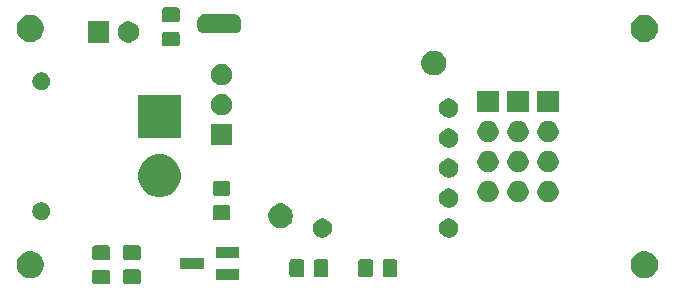
<source format=gts>
G04 #@! TF.GenerationSoftware,KiCad,Pcbnew,(5.1.5)-3*
G04 #@! TF.CreationDate,2021-10-17T17:05:07-07:00*
G04 #@! TF.ProjectId,D24V22Fx_breakout,44323456-3232-4467-985f-627265616b6f,rev?*
G04 #@! TF.SameCoordinates,Original*
G04 #@! TF.FileFunction,Soldermask,Top*
G04 #@! TF.FilePolarity,Negative*
%FSLAX46Y46*%
G04 Gerber Fmt 4.6, Leading zero omitted, Abs format (unit mm)*
G04 Created by KiCad (PCBNEW (5.1.5)-3) date 2021-10-17 17:05:07*
%MOMM*%
%LPD*%
G04 APERTURE LIST*
%ADD10C,0.100000*%
G04 APERTURE END LIST*
D10*
G36*
X126588674Y-90428465D02*
G01*
X126626367Y-90439899D01*
X126661103Y-90458466D01*
X126691548Y-90483452D01*
X126716534Y-90513897D01*
X126735101Y-90548633D01*
X126746535Y-90586326D01*
X126751000Y-90631661D01*
X126751000Y-91468339D01*
X126746535Y-91513674D01*
X126735101Y-91551367D01*
X126716534Y-91586103D01*
X126691548Y-91616548D01*
X126661103Y-91641534D01*
X126626367Y-91660101D01*
X126588674Y-91671535D01*
X126543339Y-91676000D01*
X125456661Y-91676000D01*
X125411326Y-91671535D01*
X125373633Y-91660101D01*
X125338897Y-91641534D01*
X125308452Y-91616548D01*
X125283466Y-91586103D01*
X125264899Y-91551367D01*
X125253465Y-91513674D01*
X125249000Y-91468339D01*
X125249000Y-90631661D01*
X125253465Y-90586326D01*
X125264899Y-90548633D01*
X125283466Y-90513897D01*
X125308452Y-90483452D01*
X125338897Y-90458466D01*
X125373633Y-90439899D01*
X125411326Y-90428465D01*
X125456661Y-90424000D01*
X126543339Y-90424000D01*
X126588674Y-90428465D01*
G37*
G36*
X129188674Y-90403465D02*
G01*
X129226367Y-90414899D01*
X129261103Y-90433466D01*
X129291548Y-90458452D01*
X129316534Y-90488897D01*
X129335101Y-90523633D01*
X129346535Y-90561326D01*
X129351000Y-90606661D01*
X129351000Y-91443339D01*
X129346535Y-91488674D01*
X129335101Y-91526367D01*
X129316534Y-91561103D01*
X129291548Y-91591548D01*
X129261103Y-91616534D01*
X129226367Y-91635101D01*
X129188674Y-91646535D01*
X129143339Y-91651000D01*
X128056661Y-91651000D01*
X128011326Y-91646535D01*
X127973633Y-91635101D01*
X127938897Y-91616534D01*
X127908452Y-91591548D01*
X127883466Y-91561103D01*
X127864899Y-91526367D01*
X127853465Y-91488674D01*
X127849000Y-91443339D01*
X127849000Y-90606661D01*
X127853465Y-90561326D01*
X127864899Y-90523633D01*
X127883466Y-90488897D01*
X127908452Y-90458452D01*
X127938897Y-90433466D01*
X127973633Y-90414899D01*
X128011326Y-90403465D01*
X128056661Y-90399000D01*
X129143339Y-90399000D01*
X129188674Y-90403465D01*
G37*
G36*
X137701000Y-91301000D02*
G01*
X135699000Y-91301000D01*
X135699000Y-90399000D01*
X137701000Y-90399000D01*
X137701000Y-91301000D01*
G37*
G36*
X120224549Y-88871116D02*
G01*
X120335734Y-88893232D01*
X120545203Y-88979997D01*
X120733720Y-89105960D01*
X120894040Y-89266280D01*
X121020003Y-89454797D01*
X121106768Y-89664266D01*
X121151000Y-89886636D01*
X121151000Y-90113364D01*
X121106768Y-90335734D01*
X121020003Y-90545203D01*
X120894040Y-90733720D01*
X120733720Y-90894040D01*
X120545203Y-91020003D01*
X120545202Y-91020004D01*
X120545201Y-91020004D01*
X120508753Y-91035101D01*
X120335734Y-91106768D01*
X120224549Y-91128884D01*
X120113365Y-91151000D01*
X119886635Y-91151000D01*
X119775451Y-91128884D01*
X119664266Y-91106768D01*
X119491247Y-91035101D01*
X119454799Y-91020004D01*
X119454798Y-91020004D01*
X119454797Y-91020003D01*
X119266280Y-90894040D01*
X119105960Y-90733720D01*
X118979997Y-90545203D01*
X118893232Y-90335734D01*
X118849000Y-90113364D01*
X118849000Y-89886636D01*
X118893232Y-89664266D01*
X118979997Y-89454797D01*
X119105960Y-89266280D01*
X119266280Y-89105960D01*
X119454797Y-88979997D01*
X119664266Y-88893232D01*
X119775451Y-88871116D01*
X119886635Y-88849000D01*
X120113365Y-88849000D01*
X120224549Y-88871116D01*
G37*
G36*
X172224549Y-88871116D02*
G01*
X172335734Y-88893232D01*
X172545203Y-88979997D01*
X172733720Y-89105960D01*
X172894040Y-89266280D01*
X173020003Y-89454797D01*
X173106768Y-89664266D01*
X173151000Y-89886636D01*
X173151000Y-90113364D01*
X173106768Y-90335734D01*
X173020003Y-90545203D01*
X172894040Y-90733720D01*
X172733720Y-90894040D01*
X172545203Y-91020003D01*
X172545202Y-91020004D01*
X172545201Y-91020004D01*
X172508753Y-91035101D01*
X172335734Y-91106768D01*
X172224549Y-91128884D01*
X172113365Y-91151000D01*
X171886635Y-91151000D01*
X171775451Y-91128884D01*
X171664266Y-91106768D01*
X171491247Y-91035101D01*
X171454799Y-91020004D01*
X171454798Y-91020004D01*
X171454797Y-91020003D01*
X171266280Y-90894040D01*
X171105960Y-90733720D01*
X170979997Y-90545203D01*
X170893232Y-90335734D01*
X170849000Y-90113364D01*
X170849000Y-89886636D01*
X170893232Y-89664266D01*
X170979997Y-89454797D01*
X171105960Y-89266280D01*
X171266280Y-89105960D01*
X171454797Y-88979997D01*
X171664266Y-88893232D01*
X171775451Y-88871116D01*
X171886635Y-88849000D01*
X172113365Y-88849000D01*
X172224549Y-88871116D01*
G37*
G36*
X150913674Y-89553465D02*
G01*
X150951367Y-89564899D01*
X150986103Y-89583466D01*
X151016548Y-89608452D01*
X151041534Y-89638897D01*
X151060101Y-89673633D01*
X151071535Y-89711326D01*
X151076000Y-89756661D01*
X151076000Y-90843339D01*
X151071535Y-90888674D01*
X151060101Y-90926367D01*
X151041534Y-90961103D01*
X151016548Y-90991548D01*
X150986103Y-91016534D01*
X150951367Y-91035101D01*
X150913674Y-91046535D01*
X150868339Y-91051000D01*
X150031661Y-91051000D01*
X149986326Y-91046535D01*
X149948633Y-91035101D01*
X149913897Y-91016534D01*
X149883452Y-90991548D01*
X149858466Y-90961103D01*
X149839899Y-90926367D01*
X149828465Y-90888674D01*
X149824000Y-90843339D01*
X149824000Y-89756661D01*
X149828465Y-89711326D01*
X149839899Y-89673633D01*
X149858466Y-89638897D01*
X149883452Y-89608452D01*
X149913897Y-89583466D01*
X149948633Y-89564899D01*
X149986326Y-89553465D01*
X150031661Y-89549000D01*
X150868339Y-89549000D01*
X150913674Y-89553465D01*
G37*
G36*
X148863674Y-89553465D02*
G01*
X148901367Y-89564899D01*
X148936103Y-89583466D01*
X148966548Y-89608452D01*
X148991534Y-89638897D01*
X149010101Y-89673633D01*
X149021535Y-89711326D01*
X149026000Y-89756661D01*
X149026000Y-90843339D01*
X149021535Y-90888674D01*
X149010101Y-90926367D01*
X148991534Y-90961103D01*
X148966548Y-90991548D01*
X148936103Y-91016534D01*
X148901367Y-91035101D01*
X148863674Y-91046535D01*
X148818339Y-91051000D01*
X147981661Y-91051000D01*
X147936326Y-91046535D01*
X147898633Y-91035101D01*
X147863897Y-91016534D01*
X147833452Y-90991548D01*
X147808466Y-90961103D01*
X147789899Y-90926367D01*
X147778465Y-90888674D01*
X147774000Y-90843339D01*
X147774000Y-89756661D01*
X147778465Y-89711326D01*
X147789899Y-89673633D01*
X147808466Y-89638897D01*
X147833452Y-89608452D01*
X147863897Y-89583466D01*
X147898633Y-89564899D01*
X147936326Y-89553465D01*
X147981661Y-89549000D01*
X148818339Y-89549000D01*
X148863674Y-89553465D01*
G37*
G36*
X145088674Y-89553465D02*
G01*
X145126367Y-89564899D01*
X145161103Y-89583466D01*
X145191548Y-89608452D01*
X145216534Y-89638897D01*
X145235101Y-89673633D01*
X145246535Y-89711326D01*
X145251000Y-89756661D01*
X145251000Y-90843339D01*
X145246535Y-90888674D01*
X145235101Y-90926367D01*
X145216534Y-90961103D01*
X145191548Y-90991548D01*
X145161103Y-91016534D01*
X145126367Y-91035101D01*
X145088674Y-91046535D01*
X145043339Y-91051000D01*
X144206661Y-91051000D01*
X144161326Y-91046535D01*
X144123633Y-91035101D01*
X144088897Y-91016534D01*
X144058452Y-90991548D01*
X144033466Y-90961103D01*
X144014899Y-90926367D01*
X144003465Y-90888674D01*
X143999000Y-90843339D01*
X143999000Y-89756661D01*
X144003465Y-89711326D01*
X144014899Y-89673633D01*
X144033466Y-89638897D01*
X144058452Y-89608452D01*
X144088897Y-89583466D01*
X144123633Y-89564899D01*
X144161326Y-89553465D01*
X144206661Y-89549000D01*
X145043339Y-89549000D01*
X145088674Y-89553465D01*
G37*
G36*
X143038674Y-89553465D02*
G01*
X143076367Y-89564899D01*
X143111103Y-89583466D01*
X143141548Y-89608452D01*
X143166534Y-89638897D01*
X143185101Y-89673633D01*
X143196535Y-89711326D01*
X143201000Y-89756661D01*
X143201000Y-90843339D01*
X143196535Y-90888674D01*
X143185101Y-90926367D01*
X143166534Y-90961103D01*
X143141548Y-90991548D01*
X143111103Y-91016534D01*
X143076367Y-91035101D01*
X143038674Y-91046535D01*
X142993339Y-91051000D01*
X142156661Y-91051000D01*
X142111326Y-91046535D01*
X142073633Y-91035101D01*
X142038897Y-91016534D01*
X142008452Y-90991548D01*
X141983466Y-90961103D01*
X141964899Y-90926367D01*
X141953465Y-90888674D01*
X141949000Y-90843339D01*
X141949000Y-89756661D01*
X141953465Y-89711326D01*
X141964899Y-89673633D01*
X141983466Y-89638897D01*
X142008452Y-89608452D01*
X142038897Y-89583466D01*
X142073633Y-89564899D01*
X142111326Y-89553465D01*
X142156661Y-89549000D01*
X142993339Y-89549000D01*
X143038674Y-89553465D01*
G37*
G36*
X134701000Y-90351000D02*
G01*
X132699000Y-90351000D01*
X132699000Y-89449000D01*
X134701000Y-89449000D01*
X134701000Y-90351000D01*
G37*
G36*
X126588674Y-88378465D02*
G01*
X126626367Y-88389899D01*
X126661103Y-88408466D01*
X126691548Y-88433452D01*
X126716534Y-88463897D01*
X126735101Y-88498633D01*
X126746535Y-88536326D01*
X126751000Y-88581661D01*
X126751000Y-89418339D01*
X126746535Y-89463674D01*
X126735101Y-89501367D01*
X126716534Y-89536103D01*
X126691548Y-89566548D01*
X126661103Y-89591534D01*
X126626367Y-89610101D01*
X126588674Y-89621535D01*
X126543339Y-89626000D01*
X125456661Y-89626000D01*
X125411326Y-89621535D01*
X125373633Y-89610101D01*
X125338897Y-89591534D01*
X125308452Y-89566548D01*
X125283466Y-89536103D01*
X125264899Y-89501367D01*
X125253465Y-89463674D01*
X125249000Y-89418339D01*
X125249000Y-88581661D01*
X125253465Y-88536326D01*
X125264899Y-88498633D01*
X125283466Y-88463897D01*
X125308452Y-88433452D01*
X125338897Y-88408466D01*
X125373633Y-88389899D01*
X125411326Y-88378465D01*
X125456661Y-88374000D01*
X126543339Y-88374000D01*
X126588674Y-88378465D01*
G37*
G36*
X129188674Y-88353465D02*
G01*
X129226367Y-88364899D01*
X129261103Y-88383466D01*
X129291548Y-88408452D01*
X129316534Y-88438897D01*
X129335101Y-88473633D01*
X129346535Y-88511326D01*
X129351000Y-88556661D01*
X129351000Y-89393339D01*
X129346535Y-89438674D01*
X129335101Y-89476367D01*
X129316534Y-89511103D01*
X129291548Y-89541548D01*
X129261103Y-89566534D01*
X129226367Y-89585101D01*
X129188674Y-89596535D01*
X129143339Y-89601000D01*
X128056661Y-89601000D01*
X128011326Y-89596535D01*
X127973633Y-89585101D01*
X127938897Y-89566534D01*
X127908452Y-89541548D01*
X127883466Y-89511103D01*
X127864899Y-89476367D01*
X127853465Y-89438674D01*
X127849000Y-89393339D01*
X127849000Y-88556661D01*
X127853465Y-88511326D01*
X127864899Y-88473633D01*
X127883466Y-88438897D01*
X127908452Y-88408452D01*
X127938897Y-88383466D01*
X127973633Y-88364899D01*
X128011326Y-88353465D01*
X128056661Y-88349000D01*
X129143339Y-88349000D01*
X129188674Y-88353465D01*
G37*
G36*
X137701000Y-89401000D02*
G01*
X135699000Y-89401000D01*
X135699000Y-88499000D01*
X137701000Y-88499000D01*
X137701000Y-89401000D01*
G37*
G36*
X144969742Y-86116722D02*
G01*
X145117701Y-86178009D01*
X145250855Y-86266979D01*
X145364101Y-86380225D01*
X145453071Y-86513379D01*
X145514358Y-86661338D01*
X145545600Y-86818405D01*
X145545600Y-86978555D01*
X145514358Y-87135622D01*
X145453071Y-87283581D01*
X145364101Y-87416735D01*
X145250855Y-87529981D01*
X145117701Y-87618951D01*
X144969742Y-87680238D01*
X144812675Y-87711480D01*
X144652525Y-87711480D01*
X144495458Y-87680238D01*
X144347499Y-87618951D01*
X144214345Y-87529981D01*
X144101099Y-87416735D01*
X144012129Y-87283581D01*
X143950842Y-87135622D01*
X143919600Y-86978555D01*
X143919600Y-86818405D01*
X143950842Y-86661338D01*
X144012129Y-86513379D01*
X144101099Y-86380225D01*
X144214345Y-86266979D01*
X144347499Y-86178009D01*
X144495458Y-86116722D01*
X144652525Y-86085480D01*
X144812675Y-86085480D01*
X144969742Y-86116722D01*
G37*
G36*
X155659742Y-86116722D02*
G01*
X155807701Y-86178009D01*
X155940855Y-86266979D01*
X156054101Y-86380225D01*
X156143071Y-86513379D01*
X156204358Y-86661338D01*
X156235600Y-86818405D01*
X156235600Y-86978555D01*
X156204358Y-87135622D01*
X156143071Y-87283581D01*
X156054101Y-87416735D01*
X155940855Y-87529981D01*
X155807701Y-87618951D01*
X155659742Y-87680238D01*
X155502675Y-87711480D01*
X155342525Y-87711480D01*
X155185458Y-87680238D01*
X155037499Y-87618951D01*
X154904345Y-87529981D01*
X154791099Y-87416735D01*
X154702129Y-87283581D01*
X154640842Y-87135622D01*
X154609600Y-86978555D01*
X154609600Y-86818405D01*
X154640842Y-86661338D01*
X154702129Y-86513379D01*
X154791099Y-86380225D01*
X154904345Y-86266979D01*
X155037499Y-86178009D01*
X155185458Y-86116722D01*
X155342525Y-86085480D01*
X155502675Y-86085480D01*
X155659742Y-86116722D01*
G37*
G36*
X141499164Y-84857869D02*
G01*
X141690433Y-84937095D01*
X141690435Y-84937096D01*
X141776672Y-84994718D01*
X141862573Y-85052115D01*
X142008965Y-85198507D01*
X142123985Y-85370647D01*
X142203211Y-85561916D01*
X142243600Y-85764964D01*
X142243600Y-85971996D01*
X142203211Y-86175044D01*
X142123985Y-86366313D01*
X142123984Y-86366315D01*
X142008965Y-86538453D01*
X141862573Y-86684845D01*
X141690435Y-86799864D01*
X141690434Y-86799865D01*
X141690433Y-86799865D01*
X141499164Y-86879091D01*
X141296116Y-86919480D01*
X141089084Y-86919480D01*
X140886036Y-86879091D01*
X140694767Y-86799865D01*
X140694766Y-86799865D01*
X140694765Y-86799864D01*
X140522627Y-86684845D01*
X140376235Y-86538453D01*
X140261216Y-86366315D01*
X140261215Y-86366313D01*
X140181989Y-86175044D01*
X140141600Y-85971996D01*
X140141600Y-85764964D01*
X140181989Y-85561916D01*
X140261215Y-85370647D01*
X140376235Y-85198507D01*
X140522627Y-85052115D01*
X140608528Y-84994718D01*
X140694765Y-84937096D01*
X140694767Y-84937095D01*
X140886036Y-84857869D01*
X141089084Y-84817480D01*
X141296116Y-84817480D01*
X141499164Y-84857869D01*
G37*
G36*
X136788674Y-84978465D02*
G01*
X136826367Y-84989899D01*
X136861103Y-85008466D01*
X136891548Y-85033452D01*
X136916534Y-85063897D01*
X136935101Y-85098633D01*
X136946535Y-85136326D01*
X136951000Y-85181661D01*
X136951000Y-86018339D01*
X136946535Y-86063674D01*
X136935101Y-86101367D01*
X136916534Y-86136103D01*
X136891548Y-86166548D01*
X136861103Y-86191534D01*
X136826367Y-86210101D01*
X136788674Y-86221535D01*
X136743339Y-86226000D01*
X135656661Y-86226000D01*
X135611326Y-86221535D01*
X135573633Y-86210101D01*
X135538897Y-86191534D01*
X135508452Y-86166548D01*
X135483466Y-86136103D01*
X135464899Y-86101367D01*
X135453465Y-86063674D01*
X135449000Y-86018339D01*
X135449000Y-85181661D01*
X135453465Y-85136326D01*
X135464899Y-85098633D01*
X135483466Y-85063897D01*
X135508452Y-85033452D01*
X135538897Y-85008466D01*
X135573633Y-84989899D01*
X135611326Y-84978465D01*
X135656661Y-84974000D01*
X136743339Y-84974000D01*
X136788674Y-84978465D01*
G37*
G36*
X121134542Y-84743580D02*
G01*
X121156059Y-84747860D01*
X121292732Y-84804472D01*
X121415735Y-84886660D01*
X121520340Y-84991265D01*
X121602528Y-85114268D01*
X121659140Y-85250941D01*
X121688000Y-85396033D01*
X121688000Y-85543967D01*
X121659140Y-85689059D01*
X121602528Y-85825732D01*
X121520340Y-85948735D01*
X121415735Y-86053340D01*
X121292732Y-86135528D01*
X121292731Y-86135529D01*
X121292730Y-86135529D01*
X121156059Y-86192140D01*
X121010968Y-86221000D01*
X120863032Y-86221000D01*
X120717941Y-86192140D01*
X120581270Y-86135529D01*
X120581269Y-86135529D01*
X120581268Y-86135528D01*
X120458265Y-86053340D01*
X120353660Y-85948735D01*
X120271472Y-85825732D01*
X120214860Y-85689059D01*
X120186000Y-85543967D01*
X120186000Y-85396033D01*
X120214860Y-85250941D01*
X120271472Y-85114268D01*
X120353660Y-84991265D01*
X120458265Y-84886660D01*
X120581268Y-84804472D01*
X120717941Y-84747860D01*
X120739458Y-84743580D01*
X120863032Y-84719000D01*
X121010968Y-84719000D01*
X121134542Y-84743580D01*
G37*
G36*
X155659742Y-83576722D02*
G01*
X155807701Y-83638009D01*
X155940855Y-83726979D01*
X156054101Y-83840225D01*
X156143071Y-83973379D01*
X156204358Y-84121338D01*
X156235600Y-84278405D01*
X156235600Y-84438555D01*
X156204358Y-84595622D01*
X156143071Y-84743581D01*
X156054101Y-84876735D01*
X155940855Y-84989981D01*
X155807701Y-85078951D01*
X155659742Y-85140238D01*
X155502675Y-85171480D01*
X155342525Y-85171480D01*
X155185458Y-85140238D01*
X155037499Y-85078951D01*
X154904345Y-84989981D01*
X154791099Y-84876735D01*
X154702129Y-84743581D01*
X154640842Y-84595622D01*
X154609600Y-84438555D01*
X154609600Y-84278405D01*
X154640842Y-84121338D01*
X154702129Y-83973379D01*
X154791099Y-83840225D01*
X154904345Y-83726979D01*
X155037499Y-83638009D01*
X155185458Y-83576722D01*
X155342525Y-83545480D01*
X155502675Y-83545480D01*
X155659742Y-83576722D01*
G37*
G36*
X163943512Y-82923927D02*
G01*
X164092812Y-82953624D01*
X164256784Y-83021544D01*
X164404354Y-83120147D01*
X164529853Y-83245646D01*
X164628456Y-83393216D01*
X164696376Y-83557188D01*
X164731000Y-83731259D01*
X164731000Y-83908741D01*
X164696376Y-84082812D01*
X164628456Y-84246784D01*
X164529853Y-84394354D01*
X164404354Y-84519853D01*
X164256784Y-84618456D01*
X164092812Y-84686376D01*
X163943512Y-84716073D01*
X163918742Y-84721000D01*
X163741258Y-84721000D01*
X163716488Y-84716073D01*
X163567188Y-84686376D01*
X163403216Y-84618456D01*
X163255646Y-84519853D01*
X163130147Y-84394354D01*
X163031544Y-84246784D01*
X162963624Y-84082812D01*
X162929000Y-83908741D01*
X162929000Y-83731259D01*
X162963624Y-83557188D01*
X163031544Y-83393216D01*
X163130147Y-83245646D01*
X163255646Y-83120147D01*
X163403216Y-83021544D01*
X163567188Y-82953624D01*
X163716488Y-82923927D01*
X163741258Y-82919000D01*
X163918742Y-82919000D01*
X163943512Y-82923927D01*
G37*
G36*
X158863512Y-82923927D02*
G01*
X159012812Y-82953624D01*
X159176784Y-83021544D01*
X159324354Y-83120147D01*
X159449853Y-83245646D01*
X159548456Y-83393216D01*
X159616376Y-83557188D01*
X159651000Y-83731259D01*
X159651000Y-83908741D01*
X159616376Y-84082812D01*
X159548456Y-84246784D01*
X159449853Y-84394354D01*
X159324354Y-84519853D01*
X159176784Y-84618456D01*
X159012812Y-84686376D01*
X158863512Y-84716073D01*
X158838742Y-84721000D01*
X158661258Y-84721000D01*
X158636488Y-84716073D01*
X158487188Y-84686376D01*
X158323216Y-84618456D01*
X158175646Y-84519853D01*
X158050147Y-84394354D01*
X157951544Y-84246784D01*
X157883624Y-84082812D01*
X157849000Y-83908741D01*
X157849000Y-83731259D01*
X157883624Y-83557188D01*
X157951544Y-83393216D01*
X158050147Y-83245646D01*
X158175646Y-83120147D01*
X158323216Y-83021544D01*
X158487188Y-82953624D01*
X158636488Y-82923927D01*
X158661258Y-82919000D01*
X158838742Y-82919000D01*
X158863512Y-82923927D01*
G37*
G36*
X161403512Y-82923927D02*
G01*
X161552812Y-82953624D01*
X161716784Y-83021544D01*
X161864354Y-83120147D01*
X161989853Y-83245646D01*
X162088456Y-83393216D01*
X162156376Y-83557188D01*
X162191000Y-83731259D01*
X162191000Y-83908741D01*
X162156376Y-84082812D01*
X162088456Y-84246784D01*
X161989853Y-84394354D01*
X161864354Y-84519853D01*
X161716784Y-84618456D01*
X161552812Y-84686376D01*
X161403512Y-84716073D01*
X161378742Y-84721000D01*
X161201258Y-84721000D01*
X161176488Y-84716073D01*
X161027188Y-84686376D01*
X160863216Y-84618456D01*
X160715646Y-84519853D01*
X160590147Y-84394354D01*
X160491544Y-84246784D01*
X160423624Y-84082812D01*
X160389000Y-83908741D01*
X160389000Y-83731259D01*
X160423624Y-83557188D01*
X160491544Y-83393216D01*
X160590147Y-83245646D01*
X160715646Y-83120147D01*
X160863216Y-83021544D01*
X161027188Y-82953624D01*
X161176488Y-82923927D01*
X161201258Y-82919000D01*
X161378742Y-82919000D01*
X161403512Y-82923927D01*
G37*
G36*
X131462331Y-80738211D02*
G01*
X131790092Y-80873974D01*
X132085070Y-81071072D01*
X132335928Y-81321930D01*
X132533026Y-81616908D01*
X132668789Y-81944669D01*
X132738000Y-82292616D01*
X132738000Y-82647384D01*
X132668789Y-82995331D01*
X132533026Y-83323092D01*
X132335928Y-83618070D01*
X132085070Y-83868928D01*
X131790092Y-84066026D01*
X131462331Y-84201789D01*
X131114384Y-84271000D01*
X130759616Y-84271000D01*
X130411669Y-84201789D01*
X130083908Y-84066026D01*
X129788930Y-83868928D01*
X129538072Y-83618070D01*
X129340974Y-83323092D01*
X129205211Y-82995331D01*
X129136000Y-82647384D01*
X129136000Y-82292616D01*
X129205211Y-81944669D01*
X129340974Y-81616908D01*
X129538072Y-81321930D01*
X129788930Y-81071072D01*
X130083908Y-80873974D01*
X130411669Y-80738211D01*
X130759616Y-80669000D01*
X131114384Y-80669000D01*
X131462331Y-80738211D01*
G37*
G36*
X136788674Y-82928465D02*
G01*
X136826367Y-82939899D01*
X136861103Y-82958466D01*
X136891548Y-82983452D01*
X136916534Y-83013897D01*
X136935101Y-83048633D01*
X136946535Y-83086326D01*
X136951000Y-83131661D01*
X136951000Y-83968339D01*
X136946535Y-84013674D01*
X136935101Y-84051367D01*
X136916534Y-84086103D01*
X136891548Y-84116548D01*
X136861103Y-84141534D01*
X136826367Y-84160101D01*
X136788674Y-84171535D01*
X136743339Y-84176000D01*
X135656661Y-84176000D01*
X135611326Y-84171535D01*
X135573633Y-84160101D01*
X135538897Y-84141534D01*
X135508452Y-84116548D01*
X135483466Y-84086103D01*
X135464899Y-84051367D01*
X135453465Y-84013674D01*
X135449000Y-83968339D01*
X135449000Y-83131661D01*
X135453465Y-83086326D01*
X135464899Y-83048633D01*
X135483466Y-83013897D01*
X135508452Y-82983452D01*
X135538897Y-82958466D01*
X135573633Y-82939899D01*
X135611326Y-82928465D01*
X135656661Y-82924000D01*
X136743339Y-82924000D01*
X136788674Y-82928465D01*
G37*
G36*
X155659742Y-81036722D02*
G01*
X155807701Y-81098009D01*
X155940855Y-81186979D01*
X156054101Y-81300225D01*
X156143071Y-81433379D01*
X156204358Y-81581338D01*
X156235600Y-81738405D01*
X156235600Y-81898555D01*
X156204358Y-82055622D01*
X156143071Y-82203581D01*
X156054101Y-82336735D01*
X155940855Y-82449981D01*
X155807701Y-82538951D01*
X155659742Y-82600238D01*
X155502675Y-82631480D01*
X155342525Y-82631480D01*
X155185458Y-82600238D01*
X155037499Y-82538951D01*
X154904345Y-82449981D01*
X154791099Y-82336735D01*
X154702129Y-82203581D01*
X154640842Y-82055622D01*
X154609600Y-81898555D01*
X154609600Y-81738405D01*
X154640842Y-81581338D01*
X154702129Y-81433379D01*
X154791099Y-81300225D01*
X154904345Y-81186979D01*
X155037499Y-81098009D01*
X155185458Y-81036722D01*
X155342525Y-81005480D01*
X155502675Y-81005480D01*
X155659742Y-81036722D01*
G37*
G36*
X163943512Y-80383927D02*
G01*
X164092812Y-80413624D01*
X164256784Y-80481544D01*
X164404354Y-80580147D01*
X164529853Y-80705646D01*
X164628456Y-80853216D01*
X164696376Y-81017188D01*
X164731000Y-81191259D01*
X164731000Y-81368741D01*
X164696376Y-81542812D01*
X164628456Y-81706784D01*
X164529853Y-81854354D01*
X164404354Y-81979853D01*
X164256784Y-82078456D01*
X164092812Y-82146376D01*
X163943512Y-82176073D01*
X163918742Y-82181000D01*
X163741258Y-82181000D01*
X163716488Y-82176073D01*
X163567188Y-82146376D01*
X163403216Y-82078456D01*
X163255646Y-81979853D01*
X163130147Y-81854354D01*
X163031544Y-81706784D01*
X162963624Y-81542812D01*
X162929000Y-81368741D01*
X162929000Y-81191259D01*
X162963624Y-81017188D01*
X163031544Y-80853216D01*
X163130147Y-80705646D01*
X163255646Y-80580147D01*
X163403216Y-80481544D01*
X163567188Y-80413624D01*
X163716488Y-80383927D01*
X163741258Y-80379000D01*
X163918742Y-80379000D01*
X163943512Y-80383927D01*
G37*
G36*
X161403512Y-80383927D02*
G01*
X161552812Y-80413624D01*
X161716784Y-80481544D01*
X161864354Y-80580147D01*
X161989853Y-80705646D01*
X162088456Y-80853216D01*
X162156376Y-81017188D01*
X162191000Y-81191259D01*
X162191000Y-81368741D01*
X162156376Y-81542812D01*
X162088456Y-81706784D01*
X161989853Y-81854354D01*
X161864354Y-81979853D01*
X161716784Y-82078456D01*
X161552812Y-82146376D01*
X161403512Y-82176073D01*
X161378742Y-82181000D01*
X161201258Y-82181000D01*
X161176488Y-82176073D01*
X161027188Y-82146376D01*
X160863216Y-82078456D01*
X160715646Y-81979853D01*
X160590147Y-81854354D01*
X160491544Y-81706784D01*
X160423624Y-81542812D01*
X160389000Y-81368741D01*
X160389000Y-81191259D01*
X160423624Y-81017188D01*
X160491544Y-80853216D01*
X160590147Y-80705646D01*
X160715646Y-80580147D01*
X160863216Y-80481544D01*
X161027188Y-80413624D01*
X161176488Y-80383927D01*
X161201258Y-80379000D01*
X161378742Y-80379000D01*
X161403512Y-80383927D01*
G37*
G36*
X158863512Y-80383927D02*
G01*
X159012812Y-80413624D01*
X159176784Y-80481544D01*
X159324354Y-80580147D01*
X159449853Y-80705646D01*
X159548456Y-80853216D01*
X159616376Y-81017188D01*
X159651000Y-81191259D01*
X159651000Y-81368741D01*
X159616376Y-81542812D01*
X159548456Y-81706784D01*
X159449853Y-81854354D01*
X159324354Y-81979853D01*
X159176784Y-82078456D01*
X159012812Y-82146376D01*
X158863512Y-82176073D01*
X158838742Y-82181000D01*
X158661258Y-82181000D01*
X158636488Y-82176073D01*
X158487188Y-82146376D01*
X158323216Y-82078456D01*
X158175646Y-81979853D01*
X158050147Y-81854354D01*
X157951544Y-81706784D01*
X157883624Y-81542812D01*
X157849000Y-81368741D01*
X157849000Y-81191259D01*
X157883624Y-81017188D01*
X157951544Y-80853216D01*
X158050147Y-80705646D01*
X158175646Y-80580147D01*
X158323216Y-80481544D01*
X158487188Y-80413624D01*
X158636488Y-80383927D01*
X158661258Y-80379000D01*
X158838742Y-80379000D01*
X158863512Y-80383927D01*
G37*
G36*
X155659742Y-78496722D02*
G01*
X155807701Y-78558009D01*
X155940855Y-78646979D01*
X156054101Y-78760225D01*
X156143071Y-78893379D01*
X156204358Y-79041338D01*
X156235600Y-79198405D01*
X156235600Y-79358555D01*
X156204358Y-79515622D01*
X156143071Y-79663581D01*
X156054101Y-79796735D01*
X155940855Y-79909981D01*
X155807701Y-79998951D01*
X155659742Y-80060238D01*
X155502675Y-80091480D01*
X155342525Y-80091480D01*
X155185458Y-80060238D01*
X155037499Y-79998951D01*
X154904345Y-79909981D01*
X154791099Y-79796735D01*
X154702129Y-79663581D01*
X154640842Y-79515622D01*
X154609600Y-79358555D01*
X154609600Y-79198405D01*
X154640842Y-79041338D01*
X154702129Y-78893379D01*
X154791099Y-78760225D01*
X154904345Y-78646979D01*
X155037499Y-78558009D01*
X155185458Y-78496722D01*
X155342525Y-78465480D01*
X155502675Y-78465480D01*
X155659742Y-78496722D01*
G37*
G36*
X137101000Y-79901000D02*
G01*
X135299000Y-79901000D01*
X135299000Y-78099000D01*
X137101000Y-78099000D01*
X137101000Y-79901000D01*
G37*
G36*
X161403512Y-77843927D02*
G01*
X161552812Y-77873624D01*
X161716784Y-77941544D01*
X161864354Y-78040147D01*
X161989853Y-78165646D01*
X162088456Y-78313216D01*
X162156376Y-78477188D01*
X162191000Y-78651259D01*
X162191000Y-78828741D01*
X162156376Y-79002812D01*
X162088456Y-79166784D01*
X161989853Y-79314354D01*
X161864354Y-79439853D01*
X161716784Y-79538456D01*
X161552812Y-79606376D01*
X161403512Y-79636073D01*
X161378742Y-79641000D01*
X161201258Y-79641000D01*
X161176488Y-79636073D01*
X161027188Y-79606376D01*
X160863216Y-79538456D01*
X160715646Y-79439853D01*
X160590147Y-79314354D01*
X160491544Y-79166784D01*
X160423624Y-79002812D01*
X160389000Y-78828741D01*
X160389000Y-78651259D01*
X160423624Y-78477188D01*
X160491544Y-78313216D01*
X160590147Y-78165646D01*
X160715646Y-78040147D01*
X160863216Y-77941544D01*
X161027188Y-77873624D01*
X161176488Y-77843927D01*
X161201258Y-77839000D01*
X161378742Y-77839000D01*
X161403512Y-77843927D01*
G37*
G36*
X158863512Y-77843927D02*
G01*
X159012812Y-77873624D01*
X159176784Y-77941544D01*
X159324354Y-78040147D01*
X159449853Y-78165646D01*
X159548456Y-78313216D01*
X159616376Y-78477188D01*
X159651000Y-78651259D01*
X159651000Y-78828741D01*
X159616376Y-79002812D01*
X159548456Y-79166784D01*
X159449853Y-79314354D01*
X159324354Y-79439853D01*
X159176784Y-79538456D01*
X159012812Y-79606376D01*
X158863512Y-79636073D01*
X158838742Y-79641000D01*
X158661258Y-79641000D01*
X158636488Y-79636073D01*
X158487188Y-79606376D01*
X158323216Y-79538456D01*
X158175646Y-79439853D01*
X158050147Y-79314354D01*
X157951544Y-79166784D01*
X157883624Y-79002812D01*
X157849000Y-78828741D01*
X157849000Y-78651259D01*
X157883624Y-78477188D01*
X157951544Y-78313216D01*
X158050147Y-78165646D01*
X158175646Y-78040147D01*
X158323216Y-77941544D01*
X158487188Y-77873624D01*
X158636488Y-77843927D01*
X158661258Y-77839000D01*
X158838742Y-77839000D01*
X158863512Y-77843927D01*
G37*
G36*
X163943512Y-77843927D02*
G01*
X164092812Y-77873624D01*
X164256784Y-77941544D01*
X164404354Y-78040147D01*
X164529853Y-78165646D01*
X164628456Y-78313216D01*
X164696376Y-78477188D01*
X164731000Y-78651259D01*
X164731000Y-78828741D01*
X164696376Y-79002812D01*
X164628456Y-79166784D01*
X164529853Y-79314354D01*
X164404354Y-79439853D01*
X164256784Y-79538456D01*
X164092812Y-79606376D01*
X163943512Y-79636073D01*
X163918742Y-79641000D01*
X163741258Y-79641000D01*
X163716488Y-79636073D01*
X163567188Y-79606376D01*
X163403216Y-79538456D01*
X163255646Y-79439853D01*
X163130147Y-79314354D01*
X163031544Y-79166784D01*
X162963624Y-79002812D01*
X162929000Y-78828741D01*
X162929000Y-78651259D01*
X162963624Y-78477188D01*
X163031544Y-78313216D01*
X163130147Y-78165646D01*
X163255646Y-78040147D01*
X163403216Y-77941544D01*
X163567188Y-77873624D01*
X163716488Y-77843927D01*
X163741258Y-77839000D01*
X163918742Y-77839000D01*
X163943512Y-77843927D01*
G37*
G36*
X132738000Y-79271000D02*
G01*
X129136000Y-79271000D01*
X129136000Y-75669000D01*
X132738000Y-75669000D01*
X132738000Y-79271000D01*
G37*
G36*
X155659742Y-75956722D02*
G01*
X155807701Y-76018009D01*
X155940855Y-76106979D01*
X156054101Y-76220225D01*
X156143071Y-76353379D01*
X156204358Y-76501338D01*
X156235600Y-76658405D01*
X156235600Y-76818555D01*
X156204358Y-76975622D01*
X156143071Y-77123581D01*
X156054101Y-77256735D01*
X155940855Y-77369981D01*
X155807701Y-77458951D01*
X155659742Y-77520238D01*
X155502675Y-77551480D01*
X155342525Y-77551480D01*
X155185458Y-77520238D01*
X155037499Y-77458951D01*
X154904345Y-77369981D01*
X154791099Y-77256735D01*
X154702129Y-77123581D01*
X154640842Y-76975622D01*
X154609600Y-76818555D01*
X154609600Y-76658405D01*
X154640842Y-76501338D01*
X154702129Y-76353379D01*
X154791099Y-76220225D01*
X154904345Y-76106979D01*
X155037499Y-76018009D01*
X155185458Y-75956722D01*
X155342525Y-75925480D01*
X155502675Y-75925480D01*
X155659742Y-75956722D01*
G37*
G36*
X136313512Y-75563927D02*
G01*
X136462812Y-75593624D01*
X136626784Y-75661544D01*
X136774354Y-75760147D01*
X136899853Y-75885646D01*
X136998456Y-76033216D01*
X137066376Y-76197188D01*
X137101000Y-76371259D01*
X137101000Y-76548741D01*
X137066376Y-76722812D01*
X136998456Y-76886784D01*
X136899853Y-77034354D01*
X136774354Y-77159853D01*
X136626784Y-77258456D01*
X136462812Y-77326376D01*
X136313512Y-77356073D01*
X136288742Y-77361000D01*
X136111258Y-77361000D01*
X136086488Y-77356073D01*
X135937188Y-77326376D01*
X135773216Y-77258456D01*
X135625646Y-77159853D01*
X135500147Y-77034354D01*
X135401544Y-76886784D01*
X135333624Y-76722812D01*
X135299000Y-76548741D01*
X135299000Y-76371259D01*
X135333624Y-76197188D01*
X135401544Y-76033216D01*
X135500147Y-75885646D01*
X135625646Y-75760147D01*
X135773216Y-75661544D01*
X135937188Y-75593624D01*
X136086488Y-75563927D01*
X136111258Y-75559000D01*
X136288742Y-75559000D01*
X136313512Y-75563927D01*
G37*
G36*
X162191000Y-77101000D02*
G01*
X160389000Y-77101000D01*
X160389000Y-75299000D01*
X162191000Y-75299000D01*
X162191000Y-77101000D01*
G37*
G36*
X164731000Y-77101000D02*
G01*
X162929000Y-77101000D01*
X162929000Y-75299000D01*
X164731000Y-75299000D01*
X164731000Y-77101000D01*
G37*
G36*
X159651000Y-77101000D02*
G01*
X157849000Y-77101000D01*
X157849000Y-75299000D01*
X159651000Y-75299000D01*
X159651000Y-77101000D01*
G37*
G36*
X121140901Y-73744845D02*
G01*
X121156059Y-73747860D01*
X121292732Y-73804472D01*
X121415735Y-73886660D01*
X121520340Y-73991265D01*
X121602528Y-74114268D01*
X121659140Y-74250941D01*
X121688000Y-74396033D01*
X121688000Y-74543967D01*
X121659140Y-74689059D01*
X121602528Y-74825732D01*
X121520340Y-74948735D01*
X121415735Y-75053340D01*
X121292732Y-75135528D01*
X121292731Y-75135529D01*
X121292730Y-75135529D01*
X121156059Y-75192140D01*
X121010968Y-75221000D01*
X120863032Y-75221000D01*
X120717941Y-75192140D01*
X120581270Y-75135529D01*
X120581269Y-75135529D01*
X120581268Y-75135528D01*
X120458265Y-75053340D01*
X120353660Y-74948735D01*
X120271472Y-74825732D01*
X120214860Y-74689059D01*
X120186000Y-74543967D01*
X120186000Y-74396033D01*
X120214860Y-74250941D01*
X120271472Y-74114268D01*
X120353660Y-73991265D01*
X120458265Y-73886660D01*
X120581268Y-73804472D01*
X120717941Y-73747860D01*
X120733099Y-73744845D01*
X120863032Y-73719000D01*
X121010968Y-73719000D01*
X121140901Y-73744845D01*
G37*
G36*
X136313512Y-73023927D02*
G01*
X136462812Y-73053624D01*
X136626784Y-73121544D01*
X136774354Y-73220147D01*
X136899853Y-73345646D01*
X136998456Y-73493216D01*
X137066376Y-73657188D01*
X137101000Y-73831259D01*
X137101000Y-74008741D01*
X137066376Y-74182812D01*
X136998456Y-74346784D01*
X136899853Y-74494354D01*
X136774354Y-74619853D01*
X136626784Y-74718456D01*
X136462812Y-74786376D01*
X136313512Y-74816073D01*
X136288742Y-74821000D01*
X136111258Y-74821000D01*
X136086488Y-74816073D01*
X135937188Y-74786376D01*
X135773216Y-74718456D01*
X135625646Y-74619853D01*
X135500147Y-74494354D01*
X135401544Y-74346784D01*
X135333624Y-74182812D01*
X135299000Y-74008741D01*
X135299000Y-73831259D01*
X135333624Y-73657188D01*
X135401544Y-73493216D01*
X135500147Y-73345646D01*
X135625646Y-73220147D01*
X135773216Y-73121544D01*
X135937188Y-73053624D01*
X136086488Y-73023927D01*
X136111258Y-73019000D01*
X136288742Y-73019000D01*
X136313512Y-73023927D01*
G37*
G36*
X154459164Y-71917869D02*
G01*
X154650433Y-71997095D01*
X154650435Y-71997096D01*
X154822573Y-72112115D01*
X154968965Y-72258507D01*
X155083985Y-72430647D01*
X155163211Y-72621916D01*
X155203600Y-72824964D01*
X155203600Y-73031996D01*
X155163211Y-73235044D01*
X155117398Y-73345646D01*
X155083984Y-73426315D01*
X154968965Y-73598453D01*
X154822573Y-73744845D01*
X154650435Y-73859864D01*
X154650434Y-73859865D01*
X154650433Y-73859865D01*
X154459164Y-73939091D01*
X154256116Y-73979480D01*
X154049084Y-73979480D01*
X153846036Y-73939091D01*
X153654767Y-73859865D01*
X153654766Y-73859865D01*
X153654765Y-73859864D01*
X153482627Y-73744845D01*
X153336235Y-73598453D01*
X153221216Y-73426315D01*
X153187802Y-73345646D01*
X153141989Y-73235044D01*
X153101600Y-73031996D01*
X153101600Y-72824964D01*
X153141989Y-72621916D01*
X153221215Y-72430647D01*
X153336235Y-72258507D01*
X153482627Y-72112115D01*
X153654765Y-71997096D01*
X153654767Y-71997095D01*
X153846036Y-71917869D01*
X154049084Y-71877480D01*
X154256116Y-71877480D01*
X154459164Y-71917869D01*
G37*
G36*
X132488674Y-70278465D02*
G01*
X132526367Y-70289899D01*
X132561103Y-70308466D01*
X132591548Y-70333452D01*
X132616534Y-70363897D01*
X132635101Y-70398633D01*
X132646535Y-70436326D01*
X132651000Y-70481661D01*
X132651000Y-71318339D01*
X132646535Y-71363674D01*
X132635101Y-71401367D01*
X132616534Y-71436103D01*
X132591548Y-71466548D01*
X132561103Y-71491534D01*
X132526367Y-71510101D01*
X132488674Y-71521535D01*
X132443339Y-71526000D01*
X131356661Y-71526000D01*
X131311326Y-71521535D01*
X131273633Y-71510101D01*
X131238897Y-71491534D01*
X131208452Y-71466548D01*
X131183466Y-71436103D01*
X131164899Y-71401367D01*
X131153465Y-71363674D01*
X131149000Y-71318339D01*
X131149000Y-70481661D01*
X131153465Y-70436326D01*
X131164899Y-70398633D01*
X131183466Y-70363897D01*
X131208452Y-70333452D01*
X131238897Y-70308466D01*
X131273633Y-70289899D01*
X131311326Y-70278465D01*
X131356661Y-70274000D01*
X132443339Y-70274000D01*
X132488674Y-70278465D01*
G37*
G36*
X128413512Y-69403927D02*
G01*
X128562812Y-69433624D01*
X128726784Y-69501544D01*
X128874354Y-69600147D01*
X128999853Y-69725646D01*
X129098456Y-69873216D01*
X129166376Y-70037188D01*
X129181528Y-70113365D01*
X129201000Y-70211258D01*
X129201000Y-70388742D01*
X129198392Y-70401852D01*
X129166376Y-70562812D01*
X129098456Y-70726784D01*
X128999853Y-70874354D01*
X128874354Y-70999853D01*
X128726784Y-71098456D01*
X128562812Y-71166376D01*
X128413512Y-71196073D01*
X128388742Y-71201000D01*
X128211258Y-71201000D01*
X128186488Y-71196073D01*
X128037188Y-71166376D01*
X127873216Y-71098456D01*
X127725646Y-70999853D01*
X127600147Y-70874354D01*
X127501544Y-70726784D01*
X127433624Y-70562812D01*
X127401608Y-70401852D01*
X127399000Y-70388742D01*
X127399000Y-70211258D01*
X127418472Y-70113365D01*
X127433624Y-70037188D01*
X127501544Y-69873216D01*
X127600147Y-69725646D01*
X127725646Y-69600147D01*
X127873216Y-69501544D01*
X128037188Y-69433624D01*
X128186488Y-69403927D01*
X128211258Y-69399000D01*
X128388742Y-69399000D01*
X128413512Y-69403927D01*
G37*
G36*
X126661000Y-71201000D02*
G01*
X124859000Y-71201000D01*
X124859000Y-69399000D01*
X126661000Y-69399000D01*
X126661000Y-71201000D01*
G37*
G36*
X120200986Y-68866429D02*
G01*
X120335734Y-68893232D01*
X120545203Y-68979997D01*
X120733720Y-69105960D01*
X120894040Y-69266280D01*
X121005856Y-69433625D01*
X121020004Y-69454799D01*
X121106768Y-69664267D01*
X121146635Y-69864689D01*
X121151000Y-69886636D01*
X121151000Y-70113364D01*
X121106768Y-70335734D01*
X121020003Y-70545203D01*
X120894040Y-70733720D01*
X120733720Y-70894040D01*
X120545203Y-71020003D01*
X120335734Y-71106768D01*
X120224549Y-71128884D01*
X120113365Y-71151000D01*
X119886635Y-71151000D01*
X119775451Y-71128884D01*
X119664266Y-71106768D01*
X119454797Y-71020003D01*
X119266280Y-70894040D01*
X119105960Y-70733720D01*
X118979997Y-70545203D01*
X118893232Y-70335734D01*
X118849000Y-70113364D01*
X118849000Y-69886636D01*
X118853366Y-69864689D01*
X118893232Y-69664267D01*
X118979996Y-69454799D01*
X118994144Y-69433625D01*
X119105960Y-69266280D01*
X119266280Y-69105960D01*
X119454797Y-68979997D01*
X119664266Y-68893232D01*
X119799014Y-68866429D01*
X119886635Y-68849000D01*
X120113365Y-68849000D01*
X120200986Y-68866429D01*
G37*
G36*
X172200986Y-68866429D02*
G01*
X172335734Y-68893232D01*
X172545203Y-68979997D01*
X172733720Y-69105960D01*
X172894040Y-69266280D01*
X173005856Y-69433625D01*
X173020004Y-69454799D01*
X173106768Y-69664267D01*
X173146635Y-69864689D01*
X173151000Y-69886636D01*
X173151000Y-70113364D01*
X173106768Y-70335734D01*
X173020003Y-70545203D01*
X172894040Y-70733720D01*
X172733720Y-70894040D01*
X172545203Y-71020003D01*
X172335734Y-71106768D01*
X172224549Y-71128884D01*
X172113365Y-71151000D01*
X171886635Y-71151000D01*
X171775451Y-71128884D01*
X171664266Y-71106768D01*
X171454797Y-71020003D01*
X171266280Y-70894040D01*
X171105960Y-70733720D01*
X170979997Y-70545203D01*
X170893232Y-70335734D01*
X170849000Y-70113364D01*
X170849000Y-69886636D01*
X170853366Y-69864689D01*
X170893232Y-69664267D01*
X170979996Y-69454799D01*
X170994144Y-69433625D01*
X171105960Y-69266280D01*
X171266280Y-69105960D01*
X171454797Y-68979997D01*
X171664266Y-68893232D01*
X171799014Y-68866429D01*
X171886635Y-68849000D01*
X172113365Y-68849000D01*
X172200986Y-68866429D01*
G37*
G36*
X135259999Y-68799737D02*
G01*
X135274528Y-68804145D01*
X135287711Y-68809606D01*
X135311745Y-68814388D01*
X135336249Y-68814389D01*
X135360282Y-68809609D01*
X135382921Y-68800232D01*
X135384765Y-68799000D01*
X136616050Y-68799000D01*
X136628164Y-68805475D01*
X136651613Y-68812588D01*
X136675999Y-68814990D01*
X136700385Y-68812588D01*
X136723834Y-68805475D01*
X136728746Y-68803152D01*
X136740001Y-68799737D01*
X136756140Y-68798148D01*
X137293861Y-68798148D01*
X137312199Y-68799954D01*
X137324450Y-68800556D01*
X137342869Y-68800556D01*
X137365149Y-68802750D01*
X137449233Y-68819476D01*
X137470660Y-68825976D01*
X137549858Y-68858780D01*
X137555303Y-68861691D01*
X137555309Y-68861693D01*
X137564169Y-68866429D01*
X137564173Y-68866432D01*
X137569614Y-68869340D01*
X137640899Y-68916971D01*
X137658204Y-68931172D01*
X137718828Y-68991796D01*
X137733029Y-69009101D01*
X137780660Y-69080386D01*
X137783568Y-69085827D01*
X137783571Y-69085831D01*
X137788307Y-69094691D01*
X137788309Y-69094697D01*
X137791220Y-69100142D01*
X137824024Y-69179340D01*
X137830524Y-69200767D01*
X137847250Y-69284851D01*
X137849444Y-69307131D01*
X137849444Y-69325550D01*
X137850046Y-69337801D01*
X137851852Y-69356139D01*
X137851852Y-69843862D01*
X137850046Y-69862199D01*
X137849444Y-69874450D01*
X137849444Y-69892869D01*
X137847250Y-69915149D01*
X137830524Y-69999233D01*
X137824024Y-70020660D01*
X137791220Y-70099858D01*
X137788309Y-70105303D01*
X137788307Y-70105309D01*
X137783571Y-70114169D01*
X137783568Y-70114173D01*
X137780660Y-70119614D01*
X137733029Y-70190899D01*
X137718828Y-70208204D01*
X137658204Y-70268828D01*
X137640899Y-70283029D01*
X137569614Y-70330660D01*
X137564173Y-70333568D01*
X137564169Y-70333571D01*
X137555309Y-70338307D01*
X137555303Y-70338309D01*
X137549858Y-70341220D01*
X137470660Y-70374024D01*
X137449233Y-70380524D01*
X137365149Y-70397250D01*
X137342869Y-70399444D01*
X137324450Y-70399444D01*
X137312199Y-70400046D01*
X137293862Y-70401852D01*
X136756140Y-70401852D01*
X136740001Y-70400263D01*
X136725472Y-70395855D01*
X136712289Y-70390394D01*
X136688255Y-70385612D01*
X136663751Y-70385611D01*
X136639718Y-70390391D01*
X136617079Y-70399768D01*
X136615235Y-70401000D01*
X135383950Y-70401000D01*
X135371836Y-70394525D01*
X135348387Y-70387412D01*
X135324001Y-70385010D01*
X135299615Y-70387412D01*
X135276166Y-70394525D01*
X135271254Y-70396848D01*
X135259999Y-70400263D01*
X135243860Y-70401852D01*
X134706138Y-70401852D01*
X134687801Y-70400046D01*
X134675550Y-70399444D01*
X134657131Y-70399444D01*
X134634851Y-70397250D01*
X134550767Y-70380524D01*
X134529340Y-70374024D01*
X134450142Y-70341220D01*
X134444697Y-70338309D01*
X134444691Y-70338307D01*
X134435831Y-70333571D01*
X134435827Y-70333568D01*
X134430386Y-70330660D01*
X134359101Y-70283029D01*
X134341796Y-70268828D01*
X134281172Y-70208204D01*
X134266971Y-70190899D01*
X134219340Y-70119614D01*
X134216432Y-70114173D01*
X134216429Y-70114169D01*
X134211693Y-70105309D01*
X134211691Y-70105303D01*
X134208780Y-70099858D01*
X134175976Y-70020660D01*
X134169476Y-69999233D01*
X134152750Y-69915149D01*
X134150556Y-69892869D01*
X134150556Y-69874450D01*
X134149954Y-69862199D01*
X134148148Y-69843862D01*
X134148148Y-69356139D01*
X134149954Y-69337801D01*
X134150556Y-69325550D01*
X134150556Y-69307131D01*
X134152750Y-69284851D01*
X134169476Y-69200767D01*
X134175976Y-69179340D01*
X134208780Y-69100142D01*
X134211691Y-69094697D01*
X134211693Y-69094691D01*
X134216429Y-69085831D01*
X134216432Y-69085827D01*
X134219340Y-69080386D01*
X134266971Y-69009101D01*
X134281172Y-68991796D01*
X134341796Y-68931172D01*
X134359101Y-68916971D01*
X134430386Y-68869340D01*
X134435827Y-68866432D01*
X134435831Y-68866429D01*
X134444691Y-68861693D01*
X134444697Y-68861691D01*
X134450142Y-68858780D01*
X134529340Y-68825976D01*
X134550767Y-68819476D01*
X134634851Y-68802750D01*
X134657131Y-68800556D01*
X134675550Y-68800556D01*
X134687801Y-68799954D01*
X134706139Y-68798148D01*
X135243860Y-68798148D01*
X135259999Y-68799737D01*
G37*
G36*
X132488674Y-68228465D02*
G01*
X132526367Y-68239899D01*
X132561103Y-68258466D01*
X132591548Y-68283452D01*
X132616534Y-68313897D01*
X132635101Y-68348633D01*
X132646535Y-68386326D01*
X132651000Y-68431661D01*
X132651000Y-69268339D01*
X132646535Y-69313674D01*
X132635101Y-69351367D01*
X132616534Y-69386103D01*
X132591548Y-69416548D01*
X132561103Y-69441534D01*
X132526367Y-69460101D01*
X132488674Y-69471535D01*
X132443339Y-69476000D01*
X131356661Y-69476000D01*
X131311326Y-69471535D01*
X131273633Y-69460101D01*
X131238897Y-69441534D01*
X131208452Y-69416548D01*
X131183466Y-69386103D01*
X131164899Y-69351367D01*
X131153465Y-69313674D01*
X131149000Y-69268339D01*
X131149000Y-68431661D01*
X131153465Y-68386326D01*
X131164899Y-68348633D01*
X131183466Y-68313897D01*
X131208452Y-68283452D01*
X131238897Y-68258466D01*
X131273633Y-68239899D01*
X131311326Y-68228465D01*
X131356661Y-68224000D01*
X132443339Y-68224000D01*
X132488674Y-68228465D01*
G37*
M02*

</source>
